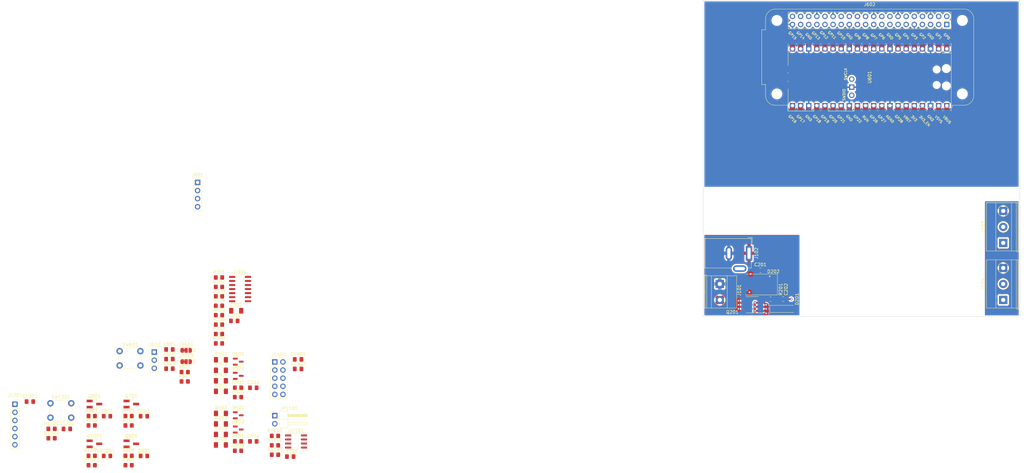
<source format=kicad_pcb>
(kicad_pcb (version 20221018) (generator pcbnew)
  (layers (0 "F.Cu" signal) (1 "In1.Cu" signal) (2 "In2.Cu" signal) (31 "B.Cu" signal) (34 "B.Paste" user) (35 "F.Paste" user) (36 "B.SilkS" user "B.Silkscreen") (37 "F.SilkS" user "F.Silkscreen") (38 "B.Mask" user) (39 "F.Mask" user) (44 "Edge.Cuts" user))
  (net 0 "")
  (net 1 "/Input Protection/VIN")
  (net 2 "GND")
  (net 3 "+5V")
  (net 4 "+3.3V")
  (net 5 "/CPU/CPU_BUTTON")
  (net 6 "Net-(D201-A)")
  (net 7 "Net-(D401-COM)")
  (net 8 "Net-(D402-COM)")
  (net 9 "Net-(D501-COM)")
  (net 10 "Net-(D502-COM)")
  (net 11 "Net-(D701-K)")
  (net 12 "Net-(D801-K)")
  (net 13 "Net-(D901-K)")
  (net 14 "Net-(D1001-K)")
  (net 16 "/LED Driver/DATA_OUT0")
  (net 17 "/LED Driver/DATA_OUT1")
  (net 18 "Net-(J601-Pin_2)")
  (net 19 "Net-(J601-Pin_3)")
  (net 22 "/CPU/STAT_LED1")
  (net 23 "/CPU/SPI_FLASH_MISO")
  (net 25 "/CPU/TERM_TXD")
  (net 26 "/CPU/RTC_GPIO")
  (net 27 "/CPU/PRIM_LED_DATA0")
  (net 28 "/CPU/STAT_LED0")
  (net 29 "/LED_DATA_~{EN}1")
  (net 31 "/CPU/PRIM_LED_DATA1")
  (net 32 "/CPU/ALT_LED_DATA")
  (net 33 "/CPU/STAT_LED2")
  (net 34 "/CPU/SPI_FLASH_MOSI")
  (net 35 "/CPU/TERM_RXD")
  (net 36 "/CPU/STAT_LED3")
  (net 37 "/CPU/ID_SCL")
  (net 38 "/CPU/ID_SDA")
  (net 40 "/LED_DATA_~{EN}0")
  (net 41 "/CPU/SPI_FLASH_~{CS}")
  (net 42 "/CPU/SPI_FLASH_CLK")
  (net 43 "/CPU/RTC_SCL")
  (net 44 "/CPU/LED_PWR_EN1")
  (net 45 "/CPU/LED_PWR_EN0")
  (net 46 "/CPU/RTC_SDA")
  (net 47 "Net-(J603-Pin_1)")
  (net 48 "Net-(J603-Pin_3)")
  (net 49 "/LED_DATA0")
  (net 50 "/LED_DATA1")
  (net 51 "Net-(JP1101-A)")
  (net 52 "Net-(Q701-B)")
  (net 53 "Net-(Q701-C)")
  (net 54 "Net-(Q801-B)")
  (net 55 "Net-(Q801-C)")
  (net 56 "Net-(Q901-B)")
  (net 57 "Net-(Q901-C)")
  (net 58 "Net-(Q1001-B)")
  (net 59 "Net-(Q1001-C)")
  (net 60 "Net-(U301-1~{OE})")
  (net 61 "Net-(U301-3~{OE})")
  (net 62 "Net-(U301-1A)")
  (net 63 "Net-(U301-3A)")
  (net 64 "/LED Driver/LED Driver Output 0/IN_A")
  (net 65 "/LED Driver/LED Driver Output 0/IN_B")
  (net 66 "/LED Driver/LED Driver Output 1/IN_A")
  (net 67 "/LED Driver/LED Driver Output 1/IN_B")
  (net 68 "Net-(R1201-Pad2)")
  (net 69 "Net-(U601-RUN)")
  (footprint "Resistor_SMD:R_1206_3216Metric_Pad1.30x1.75mm_HandSolder" (layer "F.Cu") (at -49.226 159.816)
    (fp_text reference "R504")
    (fp_text value "22R 0.25W")
  )
  (footprint "Resistor_SMD:R_0805_2012Metric_Pad1.20x1.40mm_HandSolder" (layer "F.Cu") (at -78.096 186.246)
    (fp_text reference "R902")
    (fp_text value "10K")
  )
  (footprint "Capacitor_SMD:C_0805_2012Metric_Pad1.18x1.45mm_HandSolder" (layer "F.Cu") (at -65.326 150.006)
    (fp_text reference "C601")
    (fp_text value "100n")
  )
  (footprint "Diode_SMD:D_SMB-SMC_Universal_Handsoldering" (layer "F.Cu") (at 119.228 129.667 180)
    (fp_text reference "D202")
    (fp_text value "D_TVS")
  )
  (footprint "Button_Switch_THT:SW_PUSH_6mm" (layer "F.Cu") (at -80.906 150.526)
    (fp_text reference "SW601")
    (fp_text value "SW_Push")
  )
  (footprint "Capacitor_SMD:C_1206_3216Metric_Pad1.33x1.80mm_HandSolder" (layer "F.Cu") (at -44.446 137.876)
    (fp_text reference "C302")
    (fp_text value "10u")
  )
  (footprint "Resistor_SMD:R_0805_2012Metric_Pad1.20x1.40mm_HandSolder" (layer "F.Cu") (at -102.186 174.846)
    (fp_text reference "R1201")
    (fp_text value "100K")
  )
  (footprint "TerminalBlock_Phoenix:TerminalBlock_Phoenix_MKDS-1,5-3_1x03_P5.00mm_Horizontal" (layer "F.Cu") (at 195.453 116.633 90)
    (fp_text reference "J103")
    (fp_text value "Screw_Terminal_01x03")
  )
  (footprint "Capacitor_SMD:C_0805_2012Metric_Pad1.18x1.45mm_HandSolder" (layer "F.Cu") (at -45.046 141.056)
    (fp_text reference "C301")
    (fp_text value "100n")
  )
  (footprint "Resistor_SMD:R_1206_3216Metric_Pad1.30x1.75mm_HandSolder" (layer "F.Cu") (at -49.226 170.036)
    (fp_text reference "R402")
    (fp_text value "22R 0.25W")
  )
  (footprint "Resistor_SMD:R_0805_2012Metric_Pad1.20x1.40mm_HandSolder" (layer "F.Cu") (at -78.096 170.846)
    (fp_text reference "R701")
    (fp_text value "1K")
  )
  (footprint "Connector_PinHeader_2.54mm:PinHeader_1x02_P2.54mm_Horizontal" (layer "F.Cu") (at -32.366 170.716)
    (fp_text reference "JP1101")
    (fp_text value "Jumper_2_Open")
  )
  (footprint "Resistor_SMD:R_0805_2012Metric_Pad1.20x1.40mm_HandSolder" (layer "F.Cu") (at -89.636 186.246)
    (fp_text reference "R1002")
    (fp_text value "10K")
  )
  (footprint "Resistor_SMD:R_0805_2012Metric_Pad1.20x1.40mm_HandSolder" (layer "F.Cu") (at -43.876 181.716)
    (fp_text reference "R406")
    (fp_text value "10K")
  )
  (footprint "Diode_SMD:D_MiniMELF_Handsoldering" (layer "F.Cu") (at 127.127 137.287)
    (fp_text reference "D201")
    (fp_text value "D_Zener 10V")
  )
  (footprint "Resistor_SMD:R_0805_2012Metric_Pad1.20x1.40mm_HandSolder" (layer "F.Cu") (at -78.096 173.796)
    (fp_text reference "R702")
    (fp_text value "10K")
  )
  (footprint "Resistor_SMD:R_1206_3216Metric_Pad1.30x1.75mm_HandSolder" (layer "F.Cu") (at -49.226 179.906)
    (fp_text reference "R405")
    (fp_text value "22R 0.25W")
  )
  (footprint "Resistor_SMD:R_0805_2012Metric_Pad1.20x1.40mm_HandSolder" (layer "F.Cu") (at -32.316 177.066)
    (fp_text reference "R1101")
    (fp_text value "3.9K")
  )
  (footprint "Resistor_SMD:R_0805_2012Metric_Pad1.20x1.40mm_HandSolder" (layer "F.Cu") (at -49.826 148.116)
    (fp_text reference "R308")
    (fp_text value "10K")
  )
  (footprint "Capacitor_SMD:C_0805_2012Metric_Pad1.18x1.45mm_HandSolder" (layer "F.Cu") (at -25.086 153.096)
    (fp_text reference "C1401")
    (fp_text value "100n")
  )
  (footprint "Package_TO_SOT_SMD:SOT-23" (layer "F.Cu") (at -43.806 170.616)
    (fp_text reference "D401")
    (fp_text value "BAT54S")
  )
  (footprint "Connector_BarrelJack:BarrelJack_GCT_DCJ200-10-A_Horizontal" (layer "F.Cu") (at 115.951 119.888 -90)
    (fp_text reference "J102")
    (fp_text value "Jack-DC")
  )
  (footprint "Resistor_SMD:R_0805_2012Metric_Pad1.20x1.40mm_HandSolder" (layer "F.Cu") (at -43.876 178.766)
    (fp_text reference "R401")
    (fp_text value "10K")
  )
  (footprint "Resistor_SMD:R_0805_2012Metric_Pad1.20x1.40mm_HandSolder" (layer "F.Cu") (at -49.826 127.466)
    (fp_text reference "R301")
    (fp_text value "33R")
  )
  (footprint "Capacitor_SMD:C_0805_2012Metric_Pad1.18x1.45mm_HandSolder" (layer "F.Cu") (at -108.966 166.326)
    (fp_text reference "C1301")
    (fp_text value "100n")
  )
  (footprint "Resistor_SMD:R_1206_3216Metric_Pad1.30x1.75mm_HandSolder" (layer "F.Cu") (at -49.226 153.236)
    (fp_text reference "R502")
    (fp_text value "22R 0.25W")
  )
  (footprint "Capacitor_SMD:C_0805_2012Metric_Pad1.18x1.45mm_HandSolder" (layer "F.Cu") (at -39.096 178.796)
    (fp_text reference "C401")
    (fp_text value "100n")
  )
  (footprint "LED_SMD:LED_0805_2012Metric_Pad1.15x1.40mm_HandSolder" (layer "F.Cu") (at -84.841 170.891)
    (fp_text reference "D801")
    (fp_text value "LED")
  )
  (footprint "Package_SO:SOIC-8_3.9x4.9mm_P1.27mm" (layer "F.Cu") (at 116.967 136.017 180)
    (fp_text reference "Q201")
    (fp_text value "AOSP21357")
  )
  (footprint "Connector_PinHeader_2.54mm:PinHeader_1x04_P2.54mm_Vertical" (layer "F.Cu") (at -56.526 97.706)
    (fp_text reference "J601")
    (fp_text value "Conn_01x04")
  )
  (footprint "Capacitor_SMD:C_0805_2012Metric_Pad1.18x1.45mm_HandSolder" (layer "F.Cu") (at -39.096 161.996)
    (fp_text reference "C501")
    (fp_text value "100n")
  )
  (footprint "Resistor_SMD:R_1206_3216Metric_Pad1.30x1.75mm_HandSolder" (layer "F.Cu") (at -49.226 156.526)
    (fp_text reference "R503")
    (fp_text value "22R 0.25W")
  )
  (footprint "Capacitor_SMD:C_0805_2012Metric_Pad1.18x1.45mm_HandSolder" (layer "F.Cu") (at 119.507 125.222)
    (fp_text reference "C201")
    (fp_text value "470n")
  )
  (footprint "Resistor_SMD:R_0805_2012Metric_Pad1.20x1.40mm_HandSolder" (layer "F.Cu") (at -49.826 145.166)
    (fp_text reference "R307")
    (fp_text value "10K")
  )
  (footprint "Connector_PinSocket_2.54mm:PinSocket_1x06_P2.54mm_Vertical" (layer "F.Cu") (at -113.646 167.146)
    (fp_text reference "J1301")
    (fp_text value "Conn_01x06")
  )
  (footprint "TerminalBlock_Phoenix:TerminalBlock_Phoenix_MKDS-1,5-3_1x03_P5.00mm_Horizontal" (layer "F.Cu") (at 195.453 134.493 90)
    (fp_text reference "J104")
    (fp_text value "Screw_Terminal_01x03")
  )
  (footprint "TerminalBlock_Phoenix:TerminalBlock_Phoenix_MKDS-1,5-2_1x02_P5.00mm_Horizontal" (layer "F.Cu") (at 106.807 129.493 -90)
    (fp_text reference "J101")
    (fp_text value "Screw_Terminal_01x02")
  )
  (footprint "LED_SMD:LED_0805_2012Metric_Pad1.15x1.40mm_HandSolder" (layer "F.Cu") (at -73.301 170.891)
    (fp_text reference "D701")
    (fp_text value "LED")
  )
  (footprint "Capacitor_SMD:C_0805_2012Metric_Pad1.18x1.45mm_HandSolder" (layer "F.Cu") (at 126.619 134.239 180)
    (fp_text reference "C202")
    (fp_text value "470n")
  )
  (footprint "Capacitor_SMD:C_0805_2012Metric_Pad1.18x1.45mm_HandSolder" (layer "F.Cu") (at -65.326 153.016)
    (fp_text reference "C602")
    (fp_text value "100n")
  )
  (footprint "LED_SMD:LED_0805_2012Metric_Pad1.15x1.40mm_HandSolder" (layer "F.Cu") (at -73.301 183.341)
    (fp_text reference "D901")
    (fp_text value "LED")
  )
  (footprint "rp-pico:RPi_PicoW_SMD_TH" (layer "F.Cu") (at 153.67 64.77 -90)
    (fp_text reference "U601")
    (fp_text value "PicoW")
  )
  (footprint "Capacitor_SMD:C_0805_2012Metric_Pad1.18x1.45mm_HandSolder" (layer "F.Cu") (at -25.086 156.106)
    (fp_text reference "C1402")
    (fp_text value "100n")
  )
  (footprint "Resistor_SMD:R_0805_2012Metric_Pad1.20x1.40mm_HandSolder" (layer "F.Cu") (at -49.826 133.366)
    (fp_text reference "R303")
    (fp_text value "33R")
  )
  (footprint "Resistor_SMD:R_0805_2012Metric_Pad1.20x1.40mm_HandSolder" (layer "F.Cu") (at -32.316 182.966)
    (fp_text reference "R1103")
    (fp_text value "1K")
  )
  (footprint "Resistor_SMD:R_0805_2012Metric_Pad1.20x1.40mm_HandSolder" (layer "F.Cu") (at -89.636 183.296)
    (fp_text reference "R1001")
    (fp_text value "1K")
  )
  (footprint "Package_TO_SOT_SMD:SOT-23" (layer "F.Cu") (at -43.806 175.066)
    (fp_text reference "D402")
    (fp_text value "BAT54S")
  )
  (footprint "Package_TO_SOT_SMD:SOT-23_Handsoldering" (layer "F.Cu") (at -88.786 167.096)
    (fp_text reference "Q801")
    (fp_text value "BC817")
  )
  (footprint "Resistor_SMD:R_0805_2012Metric_Pad1.20x1.40mm_HandSolder" (layer "F.Cu") (at -89.636 170.846)
    (fp_text reference "R801")
    (fp_text value "1K")
  )
  (footprint "Button_Switch_THT:SW_PUSH_6mm" (layer "F.Cu") (at -102.536 166.846)
    (fp_text reference "SW1201")
    (fp_text value "SW_Push")
  )
  (footprint "Resistor_SMD:R_0805_2012Metric_Pad1.20x1.40mm_HandSolder" (layer "F.Cu") (at -49.826 130.416)
    (fp_text reference "R302")
    (fp_text value "33R")
  )
  (footprint "my:Raspberry_Pi_Zero_Socketed_THT_FaceDown_MountingHoles_No_Courtyard" (layer "F.Cu") (at 177.8 48.26 -90)
    (fp_text reference "J602")
    (fp_text value "Raspberry_Pi_0_2_3")
  )
  (footprint "Resistor_SMD:R_0805_2012Metric_Pad1.20x1.40mm_HandSolder" (layer "F.Cu") (at 122.682 134.239)
    (fp_text reference "R201")
    (fp_text value "10K")
  )
  (footprint "Resistor_SMD:R_0805_2012Metric_Pad1.20x1.40mm_HandSolder" (layer "F.Cu") (at -102.186 177.796)
    (fp_text reference "R1202")
    (fp_text value "10K")
  )
  (footprint "Resistor_SMD:R_0805_2012Metric_Pad1.20x1.40mm_HandSolder" (layer "F.Cu") (at -60.546 160.026)
    (fp_text reference "R602")
    (fp_text value "33R")
  )
  (footprint "Resistor_SMD:R_0805_2012Metric_Pad1.20x1.40mm_HandSolder" (layer "F.Cu") (at -49.826 136.316)
    (fp_text reference "R304")
    (fp_text value "33R")
  )
  (footprint "Connector_PinHeader_2.54mm:PinHeader_2x05_P2.54mm_Vertical" (layer "F.Cu") (at -32.366 153.916)
    (fp_text reference "J1401")
    (fp_text value "Conn_02x05_Odd_Even")
  )
  (footprint "Resistor_SMD:R_0805_2012Metric_Pad1.20x1.40mm_HandSolder" (layer "F.Cu") (at -60.546 157.076)
    (fp_text reference "R601")
    (fp_text value "33R")
  )
  (footprint "Resistor_SMD:R_0805_2012Metric_Pad1.20x1.40mm_HandSolder" (layer "F.Cu") (at -49.826 142.216)
    (fp_text reference "R306")
    (fp_text value "10K")
  )
  (footprint "Resistor_SMD:R_1206_3216Metric_Pad1.30x1.75mm_HandSolder" (layer "F.Cu") (at -49.226 176.616)
    (fp_text reference "R404")
    (fp_text value "22R 0.25W")
  )
  (footprint "Resistor_SMD:R_0805_2012Metric_Pad1.20x1.40mm_HandSolder" (layer "F.Cu") (at -43.876 164.916)
    (fp_text reference "R506")
    (fp_text value "10K")
  )
  (footprint "Resistor_SMD:R_0805_2012Metric_Pad1.20x1.40mm_HandSolder" (layer "F.Cu") (at -78.096 183.296)
    (fp_text reference "R901")
    (fp_text value "1K")
  )
  (footprint "Jumper:SolderJumper-3_P1.3mm_Bridged12_RoundedPad1.0x1.5mm_NumberLabels" (layer "F.Cu") (at -60.096 153.826)
    (fp_text reference "JP602")
    (fp_text value "Jumper")
  )
  (footprint "Package_TO_SOT_SMD:SOT-23_Handsoldering" (layer "F.Cu") (at -88.786 179.546)
    (fp_text reference "Q1001")
    (fp_text value "BC817")
  )
  (footprint "Capacitor_SMD:C_0805_2012Metric_Pad1.18x1.45mm_HandSolder" (layer "F.Cu") (at -27.536 183.546)
    (fp_text reference "C1101")
    (fp_text value "100n")
  )
  (footprint "Jumper:SolderJumper-3_P1.3mm_Bridged12_RoundedPad1.0x1.5mm_NumberLabels" (layer "F.Cu") (at -60.096 150.276)
    (fp_text reference "JP601")
    (fp_text value "Jumper")
  )
  (footprint "Capacitor_SMD:C_0805_2012Metric_Pad1.18x1.45mm_HandSolder" (layer "F.Cu") (at -65.326 156.026)
    (fp_text reference "C603")
    (fp_text value "100n")
  )
  (footprint "Resistor_SMD:R_0805_2012Metric_Pad1.20x1.40mm_HandSolder" (layer "F.Cu") (at -49.826 139.266)
    (fp_text reference "R305")
    (fp_text value "10K")
  )
  (footprint "Resistor_SMD:R_0805_2012Metric_Pad1.20x1.40mm_HandSolder" (layer "F.Cu") (at -32.316 180.016)
    (fp_text reference "R1102")
    (fp_text value "3.9K")
  )
  (footprint "Resistor_SMD:R_1206_3216Metric_Pad1.30x1.75mm_HandSolder" (layer "F.Cu") (at -49.226 173.326)
    (fp_text reference "R403")
    (fp_text value "22R 0.25W")
  )
  (footprint "LED_SMD:LED_0805_2012Metric_Pad1.15x1.40mm_HandSolder" (layer "F.Cu") (at -84.841 183.341)
    (fp_text reference "D1001")
    (fp_text value "LED")
  )
  (footprint "Package_TO_SOT_SMD:SOT-23_Handsoldering" (layer "F.Cu") (at -77.246 179.546)
    (fp_text reference "Q901")
    (fp_text value "BC817")
  )
  (footprint "Package_TO_SOT_SMD:SOT-23" (layer "F.Cu") (at -43.806 158.266)
    (fp_text reference "D502")
    (fp_text value "BAT54S")
  )
  (footprint "Package_TO_SOT_SMD:SOT-23" (layer "F.Cu") (at -43.806 153.816)
    (fp_text reference "D501")
    (fp_text value "BAT54S")
  )
  (footprint "Resistor_SMD:R_1206_3216Metric_Pad1.30x1.75mm_HandSolder" (layer "F.Cu") (at -49.226 163.106)
    (fp_text reference "R505")
    (fp_text value "22R 0.25W")
  )
  (footprint "Resistor_SMD:R_0805_2012Metric_Pad1.20x1.40mm_HandSolder" (layer "F.Cu") (at -43.876 161.966)
    (fp_text reference "R501")
    (fp_text value "10K")
  )
  (footprint "Capacitor_SMD:C_0805_2012Metric_Pad1.18x1.45mm_HandSolder" (layer "F.Cu") (at -97.406 174.876)
    (fp_text reference "C1201")
    (fp_text value "100n")
  )
  (footprint "Package_TO_SOT_SMD:SOT-23_Handsoldering" (layer "F.Cu") (at -77.246 167.096)
    (fp_text reference "Q701")
    (fp_text value "BC817")
  )
  (footprint "Package_SO:SOIC-8_3.9x4.9mm_P1.27mm" (layer "F.Cu") (at -25.716 178.816)
    (fp_text reference "U1101")
    (fp_text value "CAT24C256")
  )
  (footprint "Package_SO:SOIC-14_3.9x8.7mm_P1.27mm" (layer "F.Cu") (at -43.226 131.096)
    (fp_text reference "U301")
    (fp_text value "SN74AHCT125D")
  )
  (footprint "Connector_PinHeader_2.54mm:PinHeader_1x03_P2.54mm_Vertical" (layer "F.Cu") (at -70.056 150.826)
    (fp_text reference "J603")
    (fp_text value "Conn_01x03")
  )
  (footprint "Resistor_SMD:R_0805_2012Metric_Pad1.20x1.40mm_HandSolder" (layer "F.Cu") (at -89.636 173.796)
    (fp_text reference "R802")
    (fp_text value "10K")
  )
  (gr_rect (start 101.6 40.64) (end 200.66 139.7) (stroke (width 0.1)) (fill none) (layer "Edge.Cuts"))
  (via (at 116.459 126.365) (size 0.8) (drill 0.4) (layers "F.Cu" "B.Cu") (net 1))
  (via (at 112.649 137.287) (size 0.8) (drill 0.4) (layers "F.Cu" "B.Cu") (net 1))
  (via (at 112.649 134.747) (size 0.8) (drill 0.4) (layers "F.Cu" "B.Cu") (net 1))
  (via (at 116.078 132.08) (size 0.8) (drill 0.4) (layers "F.Cu" "B.Cu") (net 1))
  (via (at 112.649 136.017) (size 0.8) (drill 0.4) (layers "F.Cu" "B.Cu") (net 1))
  (segment (start 122.453 129.667) (end 122.453 131.724) (width 0.25) (layer "F.Cu") (net 2))
  (segment (start 123.682 132.953) (end 123.682 134.239) (width 0.25) (layer "F.Cu") (net 2))
  (segment (start 122.453 131.724) (end 123.682 132.953) (width 0.25) (layer "F.Cu") (net 2))
  (via (at 122.428 127.127) (size 0.8) (drill 0.4) (layers "F.Cu" "B.Cu") (net 2))
  (segment (start 124.377 137.287) (end 122.555 137.287) (width 0.25) (layer "F.Cu") (net 3))
  (segment (start 122.555 137.287) (end 121.92 137.922) (width 0.25) (layer "F.Cu") (net 3))
  (segment (start 121.92 137.922) (end 119.442 137.922) (width 0.25) (layer "F.Cu") (net 3))
  (segment (start 119.442 135.382) (end 119.442 137.922) (width 0.5) (layer "F.Cu") (net 3))
  (segment (start 119.442 135.382) (end 120.65 135.382) (width 0.5) (layer "F.Cu") (net 3))
  (segment (start 120.65 135.382) (end 121.285 136.017) (width 0.5) (layer "F.Cu") (net 3))
  (segment (start 127.6565 134.239) (end 129.159 134.239) (width 0.5) (layer "F.Cu") (net 3))
  (via (at 121.285 136.017) (size 0.8) (drill 0.4) (layers "F.Cu" "B.Cu") (net 3))
  (via (at 117.856 137.922) (size 0.8) (drill 0.4) (layers "F.Cu" "B.Cu") (net 3))
  (via (at 121.285 137.287) (size 0.8) (drill 0.4) (layers "F.Cu" "B.Cu") (net 3))
  (via (at 129.159 134.239) (size 0.8) (drill 0.4) (layers "F.Cu" "B.Cu") (net 3))
  (via (at 121.285 138.684) (size 0.8) (drill 0.4) (layers "F.Cu" "B.Cu") (net 3))
  (via (at 117.856 136.652) (size 0.8) (drill 0.4) (layers "F.Cu" "B.Cu") (net 3))
  (via (at 117.856 135.382) (size 0.8) (drill 0.4) (layers "F.Cu" "B.Cu") (net 3))
  (segment (start 121.555 134.112) (end 121.682 134.239) (width 0.25) (layer "F.Cu") (net 6))
  (segment (start 123.079 135.636) (end 121.682 134.239) (width 0.25) (layer "F.Cu") (net 6))
  (segment (start 119.442 134.112) (end 121.555 134.112) (width 0.25) (layer "F.Cu") (net 6))
  (segment (start 129.877 137.287) (end 127.635 137.287) (width 0.25) (layer "F.Cu") (net 6))
  (segment (start 125.984 135.636) (end 123.079 135.636) (width 0.25) (layer "F.Cu") (net 6))
  (segment (start 127.635 137.287) (end 125.984 135.636) (width 0.25) (layer "F.Cu") (net 6))
  (zone (net 2) (net_name "GND") (layer "F.Cu") (priority 4) (connect_pads (clearance 0.5)) (min_thickness 0.25) (fill yes (thermal_gap 0.5) (thermal_bridge_width 1))
    (polygon (pts (xy 101.727 114.173) (xy 131.699 114.173) (xy 131.699 123.444) (xy 131.699 132.715) (xy 131.699 139.573) (xy 122.936 139.573) (xy 122.936 136.017) (xy 119.507 132.588) (xy 119.507 117.348) (xy 118.11 115.951) (xy 113.792 115.951) (xy 112.395 117.348) (xy 112.395 120.904) (xy 108.966 124.333) (xy 108.966 131.064) (xy 108.331 131.699) (xy 101.727 131.699)))
  )
  (zone (net 3) (net_name "+5V") (layer "F.Cu") (priority 6) (connect_pads (clearance 0.5)) (min_thickness 0.25) (fill yes (thermal_gap 0.5) (thermal_bridge_width 1))
    (polygon (pts (xy 117.348 139.573) (xy 122.047 139.573) (xy 122.047 135.89) (xy 121.031 134.874) (xy 117.729 134.874) (xy 117.348 135.255)))
  )
  (zone (net 1) (net_name "/Input Protection/VIN") (layers "F.Cu" "In1.Cu" "In2.Cu") (priority 2) (connect_pads (clearance 0.5)) (min_thickness 0.25) (fill yes (thermal_gap 0.5) (thermal_bridge_width 1))
    (polygon (pts (xy 101.727 132.207) (xy 108.585 132.207) (xy 109.474 131.318) (xy 109.474 124.587) (xy 112.903 121.158) (xy 112.903 117.602) (xy 114.046 116.459) (xy 117.856 116.459) (xy 118.999 117.602) (xy 118.999 132.588) (xy 116.586 135.001) (xy 116.586 139.573) (xy 101.727 139.573)))
  )
  (zone (net 2) (net_name "GND") (layers "F&B.Cu") (priority 5) (connect_pads (clearance 0.5)) (min_thickness 0.25) (fill yes (thermal_gap 0.5) (thermal_bridge_width 1))
    (polygon (pts (xy 189.738 103.632) (xy 200.533 103.632) (xy 200.533 139.573) (xy 189.738 139.573)))
  )
  (zone (net 2) (net_name "GND") (layer "B.Cu") (connect_pads (clearance 0.5)) (min_thickness 0.25) (fill yes (thermal_gap 0.5) (thermal_bridge_width 0.5))
    (polygon (pts (xy 101.6 40.64) (xy 200.66 40.64) (xy 200.66 99.06) (xy 101.6 99.06)))
  )
  (zone (net 2) (net_name "GND") (layer "B.Cu") (priority 1) (connect_pads (clearance 0.5)) (min_thickness 0.25) (fill yes (thermal_gap 0.5) (thermal_bridge_width 1))
    (polygon (pts (xy 101.727 139.573) (xy 131.699 139.573) (xy 131.699 114.173) (xy 101.727 114.173)))
  )
)
</source>
